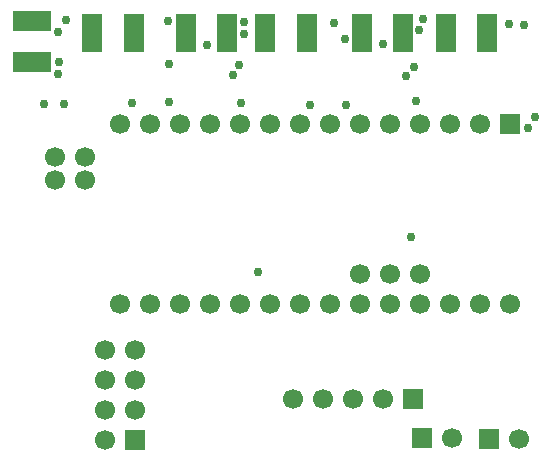
<source format=gbs>
G04 Layer_Color=16711935*
%FSLAX25Y25*%
%MOIN*%
G70*
G01*
G75*
%ADD41C,0.06693*%
%ADD42R,0.06693X0.06693*%
%ADD43R,0.06693X0.06693*%
%ADD44C,0.02953*%
%ADD45R,0.12598X0.06693*%
%ADD46R,0.06693X0.12598*%
D41*
X119410Y448183D02*
D03*
X129410D02*
D03*
X146063Y363937D02*
D03*
Y373937D02*
D03*
Y383937D02*
D03*
X136063Y353937D02*
D03*
Y363937D02*
D03*
Y373937D02*
D03*
Y383937D02*
D03*
X228681Y367618D02*
D03*
X218681D02*
D03*
X208681D02*
D03*
X198681D02*
D03*
X241102Y409311D02*
D03*
X231102D02*
D03*
X221102D02*
D03*
X141102Y399311D02*
D03*
X151102D02*
D03*
X161102D02*
D03*
X171102D02*
D03*
X181102D02*
D03*
X191102D02*
D03*
X201102D02*
D03*
X211102D02*
D03*
X221102D02*
D03*
X231102D02*
D03*
X241102D02*
D03*
X251102D02*
D03*
X261102D02*
D03*
X271102D02*
D03*
X141102Y459154D02*
D03*
X151102D02*
D03*
X161102D02*
D03*
X171102D02*
D03*
X181102D02*
D03*
X191102D02*
D03*
X201102D02*
D03*
X211102D02*
D03*
X221102D02*
D03*
X231102D02*
D03*
X241102D02*
D03*
X251102D02*
D03*
X261102D02*
D03*
X251752Y354528D02*
D03*
X119410Y440551D02*
D03*
X129410D02*
D03*
X274094Y354232D02*
D03*
D42*
X146063Y353937D02*
D03*
X271102Y459154D02*
D03*
D43*
X238681Y367618D02*
D03*
X241752Y354528D02*
D03*
X264094Y354232D02*
D03*
D44*
X238120Y421555D02*
D03*
X187205Y410039D02*
D03*
X228839Y485925D02*
D03*
X120571Y490059D02*
D03*
X123228Y493799D02*
D03*
X242028Y494095D02*
D03*
X182382Y493209D02*
D03*
X170079Y485630D02*
D03*
X115945Y465945D02*
D03*
X212303Y492913D02*
D03*
X204331Y465650D02*
D03*
X275886Y492323D02*
D03*
X279528Y461713D02*
D03*
X276969Y457972D02*
D03*
X240846Y490650D02*
D03*
X181398Y466339D02*
D03*
X270768Y492618D02*
D03*
X239173Y478248D02*
D03*
X236417Y475197D02*
D03*
X239665Y467028D02*
D03*
X182382Y489370D02*
D03*
X120669Y479921D02*
D03*
X178789Y475738D02*
D03*
X157382Y479331D02*
D03*
X157185Y493602D02*
D03*
X120472Y476083D02*
D03*
X122441Y465945D02*
D03*
X157480Y466634D02*
D03*
X145079Y466339D02*
D03*
X180709Y479035D02*
D03*
X216240Y487697D02*
D03*
X216437Y465748D02*
D03*
D45*
X111811Y479921D02*
D03*
Y493701D02*
D03*
D46*
X263484Y489468D02*
D03*
X249705D02*
D03*
X221654D02*
D03*
X235433D02*
D03*
X203346D02*
D03*
X189567D02*
D03*
X163091D02*
D03*
X176870D02*
D03*
X145669D02*
D03*
X131890D02*
D03*
M02*

</source>
